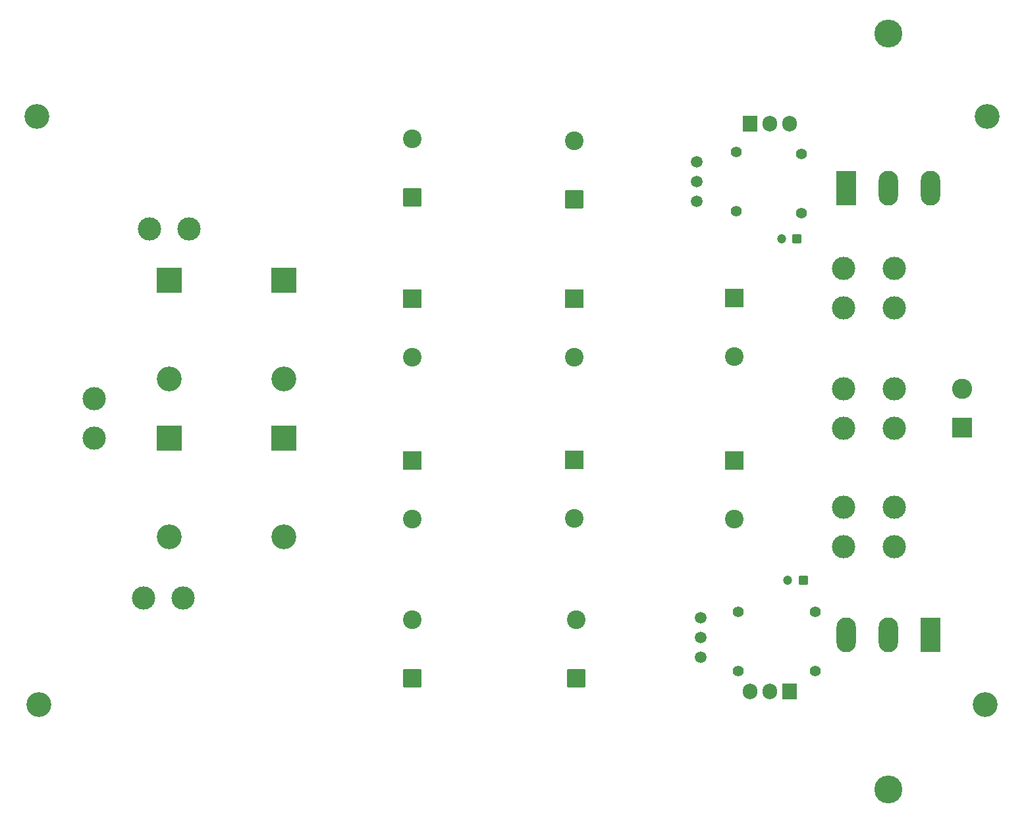
<source format=gbr>
%TF.GenerationSoftware,KiCad,Pcbnew,9.0.6*%
%TF.CreationDate,2025-11-16T15:46:06-05:00*%
%TF.ProjectId,power_supply,706f7765-725f-4737-9570-706c792e6b69,rev?*%
%TF.SameCoordinates,Original*%
%TF.FileFunction,Soldermask,Top*%
%TF.FilePolarity,Negative*%
%FSLAX46Y46*%
G04 Gerber Fmt 4.6, Leading zero omitted, Abs format (unit mm)*
G04 Created by KiCad (PCBNEW 9.0.6) date 2025-11-16 15:46:06*
%MOMM*%
%LPD*%
G01*
G04 APERTURE LIST*
G04 Aperture macros list*
%AMRoundRect*
0 Rectangle with rounded corners*
0 $1 Rounding radius*
0 $2 $3 $4 $5 $6 $7 $8 $9 X,Y pos of 4 corners*
0 Add a 4 corners polygon primitive as box body*
4,1,4,$2,$3,$4,$5,$6,$7,$8,$9,$2,$3,0*
0 Add four circle primitives for the rounded corners*
1,1,$1+$1,$2,$3*
1,1,$1+$1,$4,$5*
1,1,$1+$1,$6,$7*
1,1,$1+$1,$8,$9*
0 Add four rect primitives between the rounded corners*
20,1,$1+$1,$2,$3,$4,$5,0*
20,1,$1+$1,$4,$5,$6,$7,0*
20,1,$1+$1,$6,$7,$8,$9,0*
20,1,$1+$1,$8,$9,$2,$3,0*%
G04 Aperture macros list end*
%ADD10C,3.600000*%
%ADD11R,2.500000X4.500000*%
%ADD12O,2.500000X4.500000*%
%ADD13RoundRect,0.250001X0.949999X-0.949999X0.949999X0.949999X-0.949999X0.949999X-0.949999X-0.949999X0*%
%ADD14C,2.400000*%
%ADD15C,3.200000*%
%ADD16C,1.400000*%
%ADD17C,3.000000*%
%ADD18C,1.512000*%
%ADD19R,2.400000X2.400000*%
%ADD20R,3.200000X3.200000*%
%ADD21O,3.200000X3.200000*%
%ADD22RoundRect,0.250000X0.350000X0.350000X-0.350000X0.350000X-0.350000X-0.350000X0.350000X-0.350000X0*%
%ADD23C,1.200000*%
%ADD24R,1.905000X2.000000*%
%ADD25O,1.905000X2.000000*%
%ADD26R,2.600000X2.600000*%
%ADD27C,2.600000*%
G04 APERTURE END LIST*
D10*
%TO.C,Q2*%
X175514000Y-135382000D03*
D11*
X180964000Y-115522000D03*
D12*
X175514000Y-115522000D03*
X170064000Y-115522000D03*
%TD*%
D13*
%TO.C,C13*%
X114300000Y-59182000D03*
D14*
X114300000Y-51682000D03*
%TD*%
D15*
%TO.C,H4*%
X187960000Y-124460000D03*
%TD*%
D16*
%TO.C,R4*%
X156210000Y-120142000D03*
X156210000Y-112522000D03*
%TD*%
D17*
%TO.C,J5*%
X169772000Y-104140000D03*
X169772000Y-99060000D03*
%TD*%
D16*
%TO.C,R3*%
X166116000Y-112522000D03*
X166116000Y-120142000D03*
%TD*%
D18*
%TO.C,RV2*%
X151384000Y-113284000D03*
X151384000Y-115824000D03*
X151384000Y-118364000D03*
%TD*%
D19*
%TO.C,C2*%
X114300000Y-93084000D03*
D14*
X114300000Y-100584000D03*
%TD*%
D16*
%TO.C,R2*%
X155956000Y-53340000D03*
X155956000Y-60960000D03*
%TD*%
D15*
%TO.C,H1*%
X66040000Y-48768000D03*
%TD*%
D20*
%TO.C,D4*%
X97790000Y-90170000D03*
D21*
X97790000Y-102870000D03*
%TD*%
D13*
%TO.C,C12*%
X135382000Y-121079780D03*
D14*
X135382000Y-113579780D03*
%TD*%
D22*
%TO.C,C10*%
X164592000Y-108458000D03*
D23*
X162592000Y-108458000D03*
%TD*%
D19*
%TO.C,C5*%
X135128000Y-72256000D03*
D14*
X135128000Y-79756000D03*
%TD*%
D17*
%TO.C,J3*%
X176276000Y-88900000D03*
X176276000Y-83820000D03*
%TD*%
D20*
%TO.C,D3*%
X83058000Y-69850000D03*
D21*
X83058000Y-82550000D03*
%TD*%
D17*
%TO.C,J1*%
X79756000Y-110744000D03*
X84836000Y-110744000D03*
%TD*%
D15*
%TO.C,H3*%
X66294000Y-124460000D03*
%TD*%
D24*
%TO.C,U2*%
X162814000Y-122748000D03*
D25*
X160274000Y-122748000D03*
X157734000Y-122748000D03*
%TD*%
D10*
%TO.C,Q1*%
X175514000Y-38100000D03*
D11*
X170064000Y-57960000D03*
D12*
X175514000Y-57960000D03*
X180964000Y-57960000D03*
%TD*%
D24*
%TO.C,U1*%
X157734000Y-49718000D03*
D25*
X160274000Y-49718000D03*
X162814000Y-49718000D03*
%TD*%
D16*
%TO.C,R1*%
X164338000Y-61214000D03*
X164338000Y-53594000D03*
%TD*%
D13*
%TO.C,C11*%
X135128000Y-59436000D03*
D14*
X135128000Y-51936000D03*
%TD*%
D19*
%TO.C,C8*%
X155702000Y-93084000D03*
D14*
X155702000Y-100584000D03*
%TD*%
D19*
%TO.C,C7*%
X155702000Y-72136000D03*
D14*
X155702000Y-79636000D03*
%TD*%
D19*
%TO.C,C1*%
X114300000Y-72256000D03*
D14*
X114300000Y-79756000D03*
%TD*%
D26*
%TO.C,J7*%
X184963000Y-88860000D03*
D27*
X184963000Y-83860000D03*
%TD*%
D22*
%TO.C,C9*%
X163786600Y-64516000D03*
D23*
X161786600Y-64516000D03*
%TD*%
D17*
%TO.C,J6*%
X169772000Y-73406000D03*
X169772000Y-68326000D03*
%TD*%
D13*
%TO.C,C14*%
X114300000Y-121079780D03*
D14*
X114300000Y-113579780D03*
%TD*%
D17*
%TO.C,J4*%
X80518000Y-63246000D03*
X85598000Y-63246000D03*
%TD*%
D19*
%TO.C,C6*%
X135128000Y-92964000D03*
D14*
X135128000Y-100464000D03*
%TD*%
D17*
%TO.C,J6*%
X176276000Y-73406000D03*
X176276000Y-68326000D03*
%TD*%
D20*
%TO.C,D1*%
X97790000Y-69850000D03*
D21*
X97790000Y-82550000D03*
%TD*%
D17*
%TO.C,J5*%
X176276000Y-104140000D03*
X176276000Y-99060000D03*
%TD*%
%TO.C,J2*%
X73406000Y-90170000D03*
X73406000Y-85090000D03*
%TD*%
D20*
%TO.C,D2*%
X83058000Y-90170000D03*
D21*
X83058000Y-102870000D03*
%TD*%
D17*
%TO.C,J3*%
X169772000Y-88900000D03*
X169772000Y-83820000D03*
%TD*%
D18*
%TO.C,RV1*%
X150876000Y-54610000D03*
X150876000Y-57150000D03*
X150876000Y-59690000D03*
%TD*%
D15*
%TO.C,H2*%
X188214000Y-48768000D03*
%TD*%
M02*

</source>
